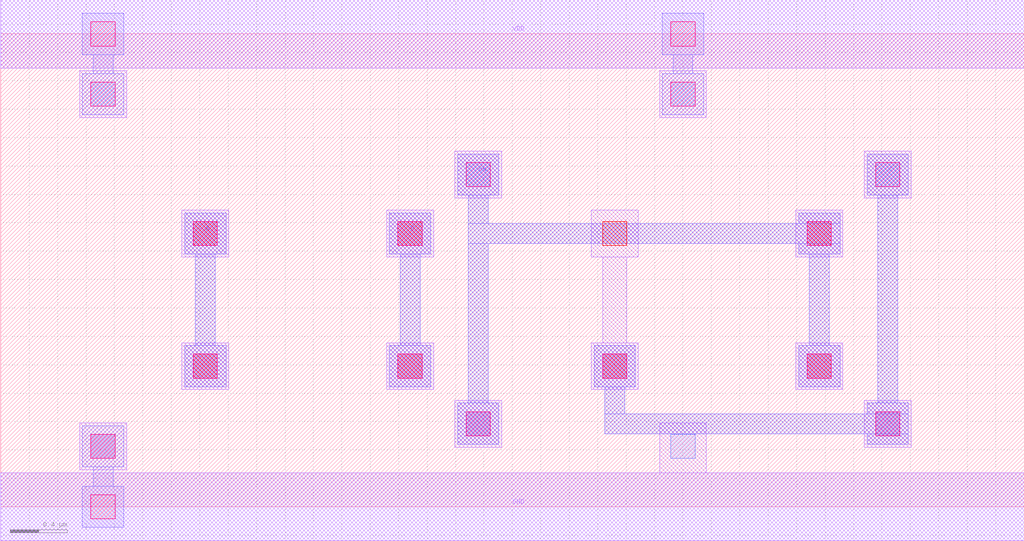
<source format=lef>
MACRO ASYNC2
 CLASS CORE ;
 FOREIGN ASYNC2 0 0 ;
 SIZE 7.2 BY 3.33 ;
 ORIGIN 0 0 ;
 SYMMETRY X Y R90 ;
 SITE unit ;
  PIN VDD
   DIRECTION INOUT ;
   USE POWER ;
   SHAPE ABUTMENT ;
    PORT
     CLASS CORE ;
       LAYER li1 ;
        RECT 0.00000000 3.09000000 7.20000000 3.57000000 ;
    END
  END VDD

  PIN GND
   DIRECTION INOUT ;
   USE POWER ;
   SHAPE ABUTMENT ;
    PORT
     CLASS CORE ;
       LAYER li1 ;
        RECT 0.00000000 -0.24000000 7.20000000 0.24000000 ;
    END
  END GND

  PIN CN
   DIRECTION INOUT ;
   USE SIGNAL ;
   SHAPE ABUTMENT ;
    PORT
     CLASS CORE ;
       LAYER met1 ;
        RECT 3.21500000 0.44000000 3.50500000 0.73000000 ;
        RECT 5.61500000 0.84500000 5.90500000 1.13500000 ;
        RECT 5.69000000 1.13500000 5.83000000 1.78000000 ;
        RECT 3.29000000 0.73000000 3.43000000 1.85500000 ;
        RECT 5.61500000 1.78000000 5.90500000 1.85500000 ;
        RECT 3.29000000 1.85500000 5.90500000 1.99500000 ;
        RECT 5.61500000 1.99500000 5.90500000 2.07000000 ;
        RECT 3.29000000 1.99500000 3.43000000 2.19500000 ;
        RECT 3.21500000 2.19500000 3.50500000 2.48500000 ;
    END
  END CN

  PIN C
   DIRECTION INOUT ;
   USE SIGNAL ;
   SHAPE ABUTMENT ;
    PORT
     CLASS CORE ;
       LAYER met1 ;
        RECT 6.09500000 0.44000000 6.38500000 0.51500000 ;
        RECT 4.25000000 0.51500000 6.38500000 0.65500000 ;
        RECT 6.09500000 0.65500000 6.38500000 0.73000000 ;
        RECT 4.25000000 0.65500000 4.39000000 0.84500000 ;
        RECT 4.17500000 0.84500000 4.46500000 1.13500000 ;
        RECT 6.17000000 0.73000000 6.31000000 2.19500000 ;
        RECT 6.09500000 2.19500000 6.38500000 2.48500000 ;
    END
  END C

  PIN A
   DIRECTION INOUT ;
   USE SIGNAL ;
   SHAPE ABUTMENT ;
    PORT
     CLASS CORE ;
       LAYER met1 ;
        RECT 1.29500000 0.84500000 1.58500000 1.13500000 ;
        RECT 1.37000000 1.13500000 1.51000000 1.78000000 ;
        RECT 1.29500000 1.78000000 1.58500000 2.07000000 ;
    END
  END A

  PIN B
   DIRECTION INOUT ;
   USE SIGNAL ;
   SHAPE ABUTMENT ;
    PORT
     CLASS CORE ;
       LAYER met1 ;
        RECT 2.73500000 0.84500000 3.02500000 1.13500000 ;
        RECT 2.81000000 1.13500000 2.95000000 1.78000000 ;
        RECT 2.73500000 1.78000000 3.02500000 2.07000000 ;
    END
  END B

 OBS
    LAYER polycont ;
     RECT 1.35500000 0.90500000 1.52500000 1.07500000 ;
     RECT 2.79500000 0.90500000 2.96500000 1.07500000 ;
     RECT 4.23500000 0.90500000 4.40500000 1.07500000 ;
     RECT 5.67500000 0.90500000 5.84500000 1.07500000 ;
     RECT 1.35500000 1.84000000 1.52500000 2.01000000 ;
     RECT 2.79500000 1.84000000 2.96500000 2.01000000 ;
     RECT 4.23500000 1.84000000 4.40500000 2.01000000 ;
     RECT 5.67500000 1.84000000 5.84500000 2.01000000 ;

    LAYER pdiffc ;
     RECT 3.27500000 2.25500000 3.44500000 2.42500000 ;
     RECT 6.15500000 2.25500000 6.32500000 2.42500000 ;
     RECT 0.63500000 2.82000000 0.80500000 2.99000000 ;
     RECT 4.71500000 2.82000000 4.88500000 2.99000000 ;

    LAYER ndiffc ;
     RECT 0.63500000 0.34000000 0.80500000 0.51000000 ;
     RECT 4.71500000 0.34000000 4.88500000 0.51000000 ;
     RECT 3.27500000 0.50000000 3.44500000 0.67000000 ;
     RECT 6.15500000 0.50000000 6.32500000 0.67000000 ;

    LAYER li1 ;
     RECT 0.55500000 0.26000000 0.88500000 0.59000000 ;
     RECT 0.00000000 -0.24000000 7.20000000 0.24000000 ;
     RECT 4.63500000 0.24000000 4.96500000 0.59000000 ;
     RECT 3.19500000 0.42000000 3.52500000 0.75000000 ;
     RECT 6.07500000 0.42000000 6.40500000 0.75000000 ;
     RECT 1.27500000 0.82500000 1.60500000 1.15500000 ;
     RECT 2.71500000 0.82500000 3.04500000 1.15500000 ;
     RECT 5.59500000 0.82500000 5.92500000 1.15500000 ;
     RECT 1.27500000 1.76000000 1.60500000 2.09000000 ;
     RECT 2.71500000 1.76000000 3.04500000 2.09000000 ;
     RECT 4.15500000 0.82500000 4.48500000 1.15500000 ;
     RECT 4.23500000 1.15500000 4.40500000 1.76000000 ;
     RECT 4.15500000 1.76000000 4.48500000 2.09000000 ;
     RECT 5.59500000 1.76000000 5.92500000 2.09000000 ;
     RECT 3.19500000 2.17500000 3.52500000 2.50500000 ;
     RECT 6.07500000 2.17500000 6.40500000 2.50500000 ;
     RECT 0.55500000 2.74000000 0.88500000 3.07000000 ;
     RECT 4.63500000 2.74000000 4.96500000 3.07000000 ;
     RECT 0.00000000 3.09000000 7.20000000 3.57000000 ;

    LAYER viali ;
     RECT 0.63500000 -0.08500000 0.80500000 0.08500000 ;
     RECT 0.63500000 0.34000000 0.80500000 0.51000000 ;
     RECT 3.27500000 0.50000000 3.44500000 0.67000000 ;
     RECT 6.15500000 0.50000000 6.32500000 0.67000000 ;
     RECT 1.35500000 0.90500000 1.52500000 1.07500000 ;
     RECT 2.79500000 0.90500000 2.96500000 1.07500000 ;
     RECT 4.23500000 0.90500000 4.40500000 1.07500000 ;
     RECT 5.67500000 0.90500000 5.84500000 1.07500000 ;
     RECT 1.35500000 1.84000000 1.52500000 2.01000000 ;
     RECT 2.79500000 1.84000000 2.96500000 2.01000000 ;
     RECT 5.67500000 1.84000000 5.84500000 2.01000000 ;
     RECT 3.27500000 2.25500000 3.44500000 2.42500000 ;
     RECT 6.15500000 2.25500000 6.32500000 2.42500000 ;
     RECT 0.63500000 2.82000000 0.80500000 2.99000000 ;
     RECT 4.71500000 2.82000000 4.88500000 2.99000000 ;
     RECT 0.63500000 3.24500000 0.80500000 3.41500000 ;
     RECT 4.71500000 3.24500000 4.88500000 3.41500000 ;

    LAYER met1 ;
     RECT 0.57500000 -0.14500000 0.86500000 0.14500000 ;
     RECT 0.65000000 0.14500000 0.79000000 0.28000000 ;
     RECT 0.57500000 0.28000000 0.86500000 0.57000000 ;
     RECT 1.29500000 0.84500000 1.58500000 1.13500000 ;
     RECT 1.37000000 1.13500000 1.51000000 1.78000000 ;
     RECT 1.29500000 1.78000000 1.58500000 2.07000000 ;
     RECT 2.73500000 0.84500000 3.02500000 1.13500000 ;
     RECT 2.81000000 1.13500000 2.95000000 1.78000000 ;
     RECT 2.73500000 1.78000000 3.02500000 2.07000000 ;
     RECT 3.21500000 0.44000000 3.50500000 0.73000000 ;
     RECT 5.61500000 0.84500000 5.90500000 1.13500000 ;
     RECT 5.69000000 1.13500000 5.83000000 1.78000000 ;
     RECT 3.29000000 0.73000000 3.43000000 1.85500000 ;
     RECT 5.61500000 1.78000000 5.90500000 1.85500000 ;
     RECT 3.29000000 1.85500000 5.90500000 1.99500000 ;
     RECT 5.61500000 1.99500000 5.90500000 2.07000000 ;
     RECT 3.29000000 1.99500000 3.43000000 2.19500000 ;
     RECT 3.21500000 2.19500000 3.50500000 2.48500000 ;
     RECT 6.09500000 0.44000000 6.38500000 0.51500000 ;
     RECT 4.25000000 0.51500000 6.38500000 0.65500000 ;
     RECT 6.09500000 0.65500000 6.38500000 0.73000000 ;
     RECT 4.25000000 0.65500000 4.39000000 0.84500000 ;
     RECT 4.17500000 0.84500000 4.46500000 1.13500000 ;
     RECT 6.17000000 0.73000000 6.31000000 2.19500000 ;
     RECT 6.09500000 2.19500000 6.38500000 2.48500000 ;
     RECT 0.57500000 2.76000000 0.86500000 3.05000000 ;
     RECT 0.65000000 3.05000000 0.79000000 3.18500000 ;
     RECT 0.57500000 3.18500000 0.86500000 3.47500000 ;
     RECT 4.65500000 2.76000000 4.94500000 3.05000000 ;
     RECT 4.73000000 3.05000000 4.87000000 3.18500000 ;
     RECT 4.65500000 3.18500000 4.94500000 3.47500000 ;

 END
END ASYNC2

</source>
